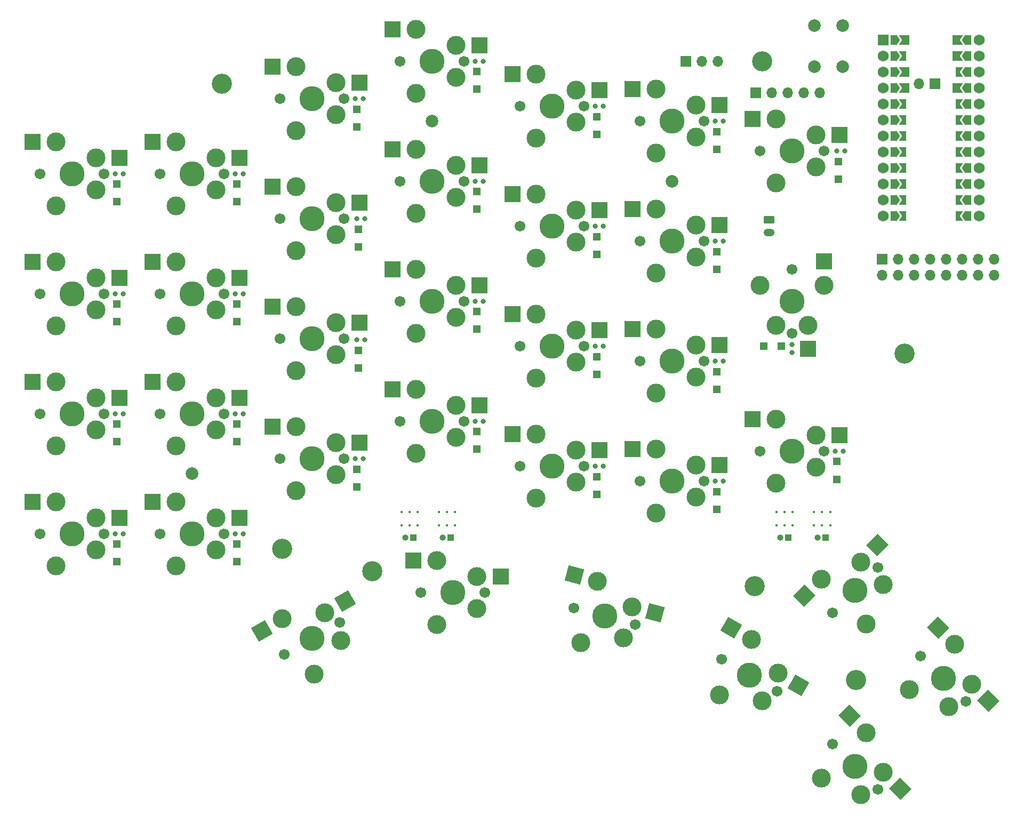
<source format=gbr>
%TF.GenerationSoftware,KiCad,Pcbnew,6.0.4*%
%TF.CreationDate,2022-04-28T08:17:54+02:00*%
%TF.ProjectId,mykeeb,6d796b65-6562-42e6-9b69-6361645f7063,rev?*%
%TF.SameCoordinates,Original*%
%TF.FileFunction,Soldermask,Top*%
%TF.FilePolarity,Negative*%
%FSLAX46Y46*%
G04 Gerber Fmt 4.6, Leading zero omitted, Abs format (unit mm)*
G04 Created by KiCad (PCBNEW 6.0.4) date 2022-04-28 08:17:54*
%MOMM*%
%LPD*%
G01*
G04 APERTURE LIST*
G04 Aperture macros list*
%AMRoundRect*
0 Rectangle with rounded corners*
0 $1 Rounding radius*
0 $2 $3 $4 $5 $6 $7 $8 $9 X,Y pos of 4 corners*
0 Add a 4 corners polygon primitive as box body*
4,1,4,$2,$3,$4,$5,$6,$7,$8,$9,$2,$3,0*
0 Add four circle primitives for the rounded corners*
1,1,$1+$1,$2,$3*
1,1,$1+$1,$4,$5*
1,1,$1+$1,$6,$7*
1,1,$1+$1,$8,$9*
0 Add four rect primitives between the rounded corners*
20,1,$1+$1,$2,$3,$4,$5,0*
20,1,$1+$1,$4,$5,$6,$7,0*
20,1,$1+$1,$6,$7,$8,$9,0*
20,1,$1+$1,$8,$9,$2,$3,0*%
%AMRotRect*
0 Rectangle, with rotation*
0 The origin of the aperture is its center*
0 $1 length*
0 $2 width*
0 $3 Rotation angle, in degrees counterclockwise*
0 Add horizontal line*
21,1,$1,$2,0,0,$3*%
%AMFreePoly0*
4,1,6,1.000000,0.000000,0.500000,-0.750000,-0.500000,-0.750000,-0.500000,0.750000,0.500000,0.750000,1.000000,0.000000,1.000000,0.000000,$1*%
%AMFreePoly1*
4,1,6,1.000000,-0.750000,-0.650000,-0.750000,-0.150000,0.000000,-0.650000,0.750000,1.000000,0.750000,1.000000,-0.750000,1.000000,-0.750000,$1*%
%AMFreePoly2*
4,1,6,0.500000,-0.750000,-0.650000,-0.750000,-0.150000,0.000000,-0.650000,0.750000,0.500000,0.750000,0.500000,-0.750000,0.500000,-0.750000,$1*%
G04 Aperture macros list end*
%ADD10C,3.000000*%
%ADD11C,3.987800*%
%ADD12C,1.701800*%
%ADD13R,2.550000X2.500000*%
%ADD14C,0.393700*%
%ADD15R,1.200000X1.200000*%
%ADD16C,0.800000*%
%ADD17C,2.000000*%
%ADD18RotRect,2.550000X2.500000X315.000000*%
%ADD19C,3.200000*%
%ADD20RotRect,2.550000X2.500000X30.000000*%
%ADD21RotRect,2.550000X2.500000X45.000000*%
%ADD22R,2.500000X2.550000*%
%ADD23RotRect,2.550000X2.500000X345.000000*%
%ADD24C,1.752600*%
%ADD25FreePoly0,180.000000*%
%ADD26FreePoly0,0.000000*%
%ADD27R,1.752600X1.752600*%
%ADD28FreePoly1,0.000000*%
%ADD29FreePoly2,0.000000*%
%ADD30FreePoly2,180.000000*%
%ADD31FreePoly1,180.000000*%
%ADD32RotRect,2.550000X2.500000X330.000000*%
%ADD33R,1.700000X1.700000*%
%ADD34O,1.700000X1.700000*%
%ADD35R,1.000000X1.000000*%
%ADD36O,1.000000X1.000000*%
%ADD37RoundRect,0.250000X-0.625000X0.350000X-0.625000X-0.350000X0.625000X-0.350000X0.625000X0.350000X0*%
%ADD38O,1.750000X1.200000*%
G04 APERTURE END LIST*
D10*
%TO.C,K26*%
X145494375Y-89138125D03*
X145494375Y-94218125D03*
X139144375Y-86598125D03*
D11*
X141684375Y-91678125D03*
D10*
X139144375Y-96758125D03*
D12*
X146764375Y-91678125D03*
X136604375Y-91678125D03*
D13*
X135394375Y-86598125D03*
X149244375Y-89138125D03*
%TD*%
D14*
%TO.C,H14*%
X139203125Y-103484375D03*
%TD*%
D15*
%TO.C,D33*%
X91678125Y-88577625D03*
D16*
X91424125Y-86915625D03*
D15*
X91678125Y-91377625D03*
D16*
X92694125Y-86915625D03*
%TD*%
D10*
%TO.C,K14*%
X107394375Y-58499375D03*
X107394375Y-53419375D03*
D12*
X108664375Y-55959375D03*
X98504375Y-55959375D03*
D11*
X103584375Y-55959375D03*
D10*
X101044375Y-61039375D03*
X101044375Y-50879375D03*
D13*
X97294375Y-50879375D03*
X111144375Y-53419375D03*
%TD*%
D10*
%TO.C,K12*%
X69294375Y-52228750D03*
X69294375Y-57308750D03*
X62944375Y-59848750D03*
D12*
X70564375Y-54768750D03*
D10*
X62944375Y-49688750D03*
D12*
X60404375Y-54768750D03*
D11*
X65484375Y-54768750D03*
D13*
X59194375Y-49688750D03*
X73044375Y-52228750D03*
%TD*%
D16*
%TO.C,D32*%
X72374125Y-92868750D03*
D15*
X72628125Y-94530750D03*
D16*
X73644125Y-92868750D03*
D15*
X72628125Y-97330750D03*
%TD*%
D10*
%TO.C,K22*%
X62944375Y-78898750D03*
D11*
X65484375Y-73818750D03*
D10*
X69294375Y-71278750D03*
X62944375Y-68738750D03*
X69294375Y-76358750D03*
D12*
X70564375Y-73818750D03*
X60404375Y-73818750D03*
D13*
X59194375Y-68738750D03*
X73044375Y-71278750D03*
%TD*%
D17*
%TO.C,FID2*%
X122634375Y-48815625D03*
%TD*%
D12*
%TO.C,K45*%
X169284701Y-131358224D03*
D10*
X166590625Y-132256250D03*
D11*
X165692599Y-127766122D03*
D10*
X160304445Y-129562173D03*
X170182727Y-128664148D03*
D12*
X162100497Y-124174020D03*
D10*
X167488650Y-122377968D03*
D18*
X164837000Y-119726318D03*
X172834377Y-131315798D03*
%TD*%
D10*
%TO.C,K44*%
X152590625Y-146256250D03*
D11*
X151692599Y-141766122D03*
D10*
X146304445Y-143562173D03*
X156182727Y-142664148D03*
D12*
X155284701Y-145358224D03*
D10*
X153488650Y-136377968D03*
D12*
X148100497Y-138174020D03*
D18*
X150837000Y-133726318D03*
X158834377Y-145315798D03*
%TD*%
D15*
%TO.C,D10*%
X34528125Y-68337000D03*
D16*
X34274125Y-66675000D03*
D15*
X34528125Y-71137000D03*
D16*
X35544125Y-66675000D03*
%TD*%
%TO.C,D2*%
X72374125Y-35718750D03*
D15*
X72628125Y-37380750D03*
X72628125Y-40180750D03*
D16*
X73644125Y-35718750D03*
%TD*%
D17*
%TO.C,SW1*%
X149696875Y-30634375D03*
X149696875Y-24134375D03*
X145196875Y-24134375D03*
X145196875Y-30634375D03*
%TD*%
D19*
%TO.C,H5*%
X135731250Y-113109375D03*
%TD*%
%TO.C,H4*%
X159543750Y-76200000D03*
%TD*%
D14*
%TO.C,H12*%
X145156250Y-101303125D03*
%TD*%
%TO.C,H22*%
X85625000Y-101303125D03*
%TD*%
D11*
%TO.C,K30*%
X27384375Y-104775000D03*
D10*
X31194375Y-107315000D03*
D12*
X22304375Y-104775000D03*
X32464375Y-104775000D03*
D10*
X31194375Y-102235000D03*
X24844375Y-99695000D03*
X24844375Y-109855000D03*
D13*
X21094375Y-99695000D03*
X34944375Y-102235000D03*
%TD*%
D16*
%TO.C,D14*%
X110474125Y-55959375D03*
D15*
X110728125Y-57621375D03*
X110728125Y-60421375D03*
D16*
X111744125Y-55959375D03*
%TD*%
D15*
%TO.C,D5*%
X129778125Y-40952625D03*
D16*
X129524125Y-39290625D03*
D15*
X129778125Y-43752625D03*
D16*
X130794125Y-39290625D03*
%TD*%
D14*
%TO.C,H25*%
X140493750Y-101303125D03*
%TD*%
D15*
%TO.C,D15*%
X129778125Y-60002625D03*
D16*
X129524125Y-58340625D03*
X130794125Y-58340625D03*
D15*
X129778125Y-62802625D03*
%TD*%
D14*
%TO.C,H19*%
X141784375Y-101303125D03*
%TD*%
D17*
%TO.C,FID3*%
X84534375Y-39290625D03*
%TD*%
D16*
%TO.C,D11*%
X53324125Y-66675000D03*
D15*
X53578125Y-68337000D03*
X53578125Y-71137000D03*
D16*
X54594125Y-66675000D03*
%TD*%
D14*
%TO.C,H11*%
X141784375Y-103484375D03*
%TD*%
%TO.C,H21*%
X88206250Y-103484375D03*
%TD*%
D10*
%TO.C,K31*%
X43894375Y-99695000D03*
X43894375Y-109855000D03*
D11*
X46434375Y-104775000D03*
D10*
X50244375Y-102235000D03*
D12*
X51514375Y-104775000D03*
D10*
X50244375Y-107315000D03*
D12*
X41354375Y-104775000D03*
D13*
X40144375Y-99695000D03*
X53994375Y-102235000D03*
%TD*%
D10*
%TO.C,K40*%
X67513932Y-117339045D03*
D11*
X65484375Y-121443750D03*
D10*
X65824670Y-127113159D03*
D12*
X69883784Y-118903750D03*
D10*
X70053932Y-121738455D03*
X60744670Y-118314341D03*
D12*
X61084966Y-123983750D03*
D20*
X57497075Y-120189341D03*
X70761527Y-115464045D03*
%TD*%
D10*
%TO.C,K46*%
X146304445Y-111970071D03*
X153488650Y-119154276D03*
X152590625Y-109275994D03*
D12*
X148100497Y-117358224D03*
D11*
X151692599Y-113766122D03*
D10*
X156182727Y-112868096D03*
D12*
X155284701Y-110174020D03*
D21*
X143652795Y-114621721D03*
X155242275Y-106624344D03*
%TD*%
D14*
%TO.C,H24*%
X80962500Y-101303125D03*
%TD*%
D15*
%TO.C,D16*%
X140022375Y-75009375D03*
D16*
X141684375Y-74755375D03*
X141684375Y-76025375D03*
D15*
X137222375Y-75009375D03*
%TD*%
D14*
%TO.C,H15*%
X79671875Y-103484375D03*
%TD*%
D12*
%TO.C,K20*%
X22304375Y-85725000D03*
D11*
X27384375Y-85725000D03*
D10*
X31194375Y-83185000D03*
X31194375Y-88265000D03*
X24844375Y-90805000D03*
D12*
X32464375Y-85725000D03*
D10*
X24844375Y-80645000D03*
D13*
X21094375Y-80645000D03*
X34944375Y-83185000D03*
%TD*%
D15*
%TO.C,D30*%
X34528125Y-106437000D03*
D16*
X34274125Y-104775000D03*
X35544125Y-104775000D03*
D15*
X34528125Y-109237000D03*
%TD*%
%TO.C,D25*%
X129778125Y-79052625D03*
D16*
X129524125Y-77390625D03*
D15*
X129778125Y-81852625D03*
D16*
X130794125Y-77390625D03*
%TD*%
%TO.C,D0*%
X34274125Y-47625000D03*
D15*
X34528125Y-49287000D03*
X34528125Y-52087000D03*
D16*
X35544125Y-47625000D03*
%TD*%
D14*
%TO.C,H28*%
X86915625Y-101303125D03*
%TD*%
D16*
%TO.C,D4*%
X110474125Y-36909375D03*
D15*
X110728125Y-38571375D03*
D16*
X111744125Y-36909375D03*
D15*
X110728125Y-41371375D03*
%TD*%
D10*
%TO.C,K11*%
X50244375Y-64135000D03*
D12*
X51514375Y-66675000D03*
D11*
X46434375Y-66675000D03*
D12*
X41354375Y-66675000D03*
D10*
X50244375Y-69215000D03*
X43894375Y-71755000D03*
X43894375Y-61595000D03*
D13*
X40144375Y-61595000D03*
X53994375Y-64135000D03*
%TD*%
D10*
%TO.C,K4*%
X107394375Y-34369375D03*
X107394375Y-39449375D03*
X101044375Y-41989375D03*
D11*
X103584375Y-36909375D03*
D12*
X98504375Y-36909375D03*
D10*
X101044375Y-31829375D03*
D12*
X108664375Y-36909375D03*
D13*
X97294375Y-31829375D03*
X111144375Y-34369375D03*
%TD*%
D15*
%TO.C,D31*%
X53578125Y-106437000D03*
D16*
X53324125Y-104775000D03*
D15*
X53578125Y-109237000D03*
D16*
X54594125Y-104775000D03*
%TD*%
D12*
%TO.C,K10*%
X22304375Y-66675000D03*
D10*
X31194375Y-64135000D03*
D11*
X27384375Y-66675000D03*
D10*
X24844375Y-61595000D03*
D12*
X32464375Y-66675000D03*
D10*
X24844375Y-71755000D03*
X31194375Y-69215000D03*
D13*
X21094375Y-61595000D03*
X34944375Y-64135000D03*
%TD*%
D15*
%TO.C,D3*%
X91678125Y-31427625D03*
D16*
X91424125Y-29765625D03*
D15*
X91678125Y-34227625D03*
D16*
X92694125Y-29765625D03*
%TD*%
D15*
%TO.C,D13*%
X91678125Y-50477625D03*
D16*
X91424125Y-48815625D03*
X92694125Y-48815625D03*
D15*
X91678125Y-53277625D03*
%TD*%
%TO.C,D20*%
X34528125Y-87387000D03*
D16*
X34274125Y-85725000D03*
X35544125Y-85725000D03*
D15*
X34528125Y-90187000D03*
%TD*%
D11*
%TO.C,K3*%
X84534375Y-29765625D03*
D10*
X81994375Y-24685625D03*
X81994375Y-34845625D03*
X88344375Y-32305625D03*
D12*
X79454375Y-29765625D03*
X89614375Y-29765625D03*
D10*
X88344375Y-27225625D03*
D13*
X78244375Y-24685625D03*
X92094375Y-27225625D03*
%TD*%
D14*
%TO.C,H17*%
X88206250Y-101303125D03*
%TD*%
D15*
%TO.C,D23*%
X91678125Y-69527625D03*
D16*
X91424125Y-67865625D03*
X92694125Y-67865625D03*
D15*
X91678125Y-72327625D03*
%TD*%
D14*
%TO.C,H10*%
X82253125Y-103484375D03*
%TD*%
D19*
%TO.C,H31*%
X151804815Y-127992295D03*
%TD*%
D10*
%TO.C,K16*%
X139144375Y-71675625D03*
X146764375Y-65325625D03*
D12*
X141684375Y-72945625D03*
D10*
X136604375Y-65325625D03*
X144224375Y-71675625D03*
D12*
X141684375Y-62785625D03*
D11*
X141684375Y-67865625D03*
D22*
X146764375Y-61575625D03*
X144224375Y-75425625D03*
%TD*%
D14*
%TO.C,H29*%
X146446875Y-101303125D03*
%TD*%
%TO.C,H16*%
X147737500Y-103484375D03*
%TD*%
D11*
%TO.C,K35*%
X122634375Y-96440625D03*
D10*
X126444375Y-98980625D03*
X120094375Y-91360625D03*
X120094375Y-101520625D03*
D12*
X117554375Y-96440625D03*
D10*
X126444375Y-93900625D03*
D12*
X127714375Y-96440625D03*
D13*
X116344375Y-91360625D03*
X130194375Y-93900625D03*
%TD*%
D19*
%TO.C,H6*%
X75009375Y-110728218D03*
%TD*%
D12*
%TO.C,K2*%
X70564375Y-35718750D03*
D10*
X69294375Y-33178750D03*
D11*
X65484375Y-35718750D03*
D12*
X60404375Y-35718750D03*
D10*
X62944375Y-30638750D03*
X62944375Y-40798750D03*
X69294375Y-38258750D03*
D13*
X59194375Y-30638750D03*
X73044375Y-33178750D03*
%TD*%
D14*
%TO.C,H8*%
X79671875Y-101303125D03*
%TD*%
D12*
%TO.C,K32*%
X70564375Y-92868750D03*
X60404375Y-92868750D03*
D10*
X69294375Y-95408750D03*
X62944375Y-97948750D03*
D11*
X65484375Y-92868750D03*
D10*
X62944375Y-87788750D03*
X69294375Y-90328750D03*
D13*
X59194375Y-87788750D03*
X73044375Y-90328750D03*
%TD*%
D10*
%TO.C,K5*%
X126444375Y-36750625D03*
X120094375Y-44370625D03*
X120094375Y-34210625D03*
D11*
X122634375Y-39290625D03*
D12*
X127714375Y-39290625D03*
D10*
X126444375Y-41830625D03*
D12*
X117554375Y-39290625D03*
D13*
X116344375Y-34210625D03*
X130194375Y-36750625D03*
%TD*%
D14*
%TO.C,H7*%
X82253125Y-101303125D03*
%TD*%
D11*
%TO.C,K6*%
X141684375Y-44053125D03*
D12*
X146764375Y-44053125D03*
D10*
X139144375Y-49133125D03*
X145494375Y-46593125D03*
X139144375Y-38973125D03*
X145494375Y-41513125D03*
D12*
X136604375Y-44053125D03*
D13*
X135394375Y-38973125D03*
X149244375Y-41513125D03*
%TD*%
D12*
%TO.C,K13*%
X89614375Y-48815625D03*
D11*
X84534375Y-48815625D03*
D10*
X81994375Y-43735625D03*
X88344375Y-51355625D03*
X88344375Y-46275625D03*
X81994375Y-53895625D03*
D12*
X79454375Y-48815625D03*
D13*
X78244375Y-43735625D03*
X92094375Y-46275625D03*
%TD*%
D14*
%TO.C,H20*%
X85625000Y-103484375D03*
%TD*%
D11*
%TO.C,K41*%
X87868125Y-114141250D03*
D10*
X85328125Y-109061250D03*
X91678125Y-116681250D03*
D12*
X92948125Y-114141250D03*
D10*
X91678125Y-111601250D03*
D12*
X82788125Y-114141250D03*
D10*
X85328125Y-119221250D03*
D13*
X81578125Y-109061250D03*
X95428125Y-111601250D03*
%TD*%
D14*
%TO.C,H13*%
X147737500Y-101303125D03*
%TD*%
D10*
%TO.C,K1*%
X50244375Y-45085000D03*
X43894375Y-42545000D03*
D12*
X41354375Y-47625000D03*
X51514375Y-47625000D03*
D10*
X50244375Y-50165000D03*
X43894375Y-52705000D03*
D11*
X46434375Y-47625000D03*
D13*
X40144375Y-42545000D03*
X53994375Y-45085000D03*
%TD*%
D12*
%TO.C,K42*%
X116825653Y-119186676D03*
D11*
X111918750Y-117871875D03*
D10*
X114941527Y-121311427D03*
D12*
X107011847Y-116557074D03*
D10*
X116256328Y-116404524D03*
X110780099Y-112307571D03*
X108150498Y-122121378D03*
D23*
X107157877Y-111337000D03*
X119878550Y-117375095D03*
%TD*%
D15*
%TO.C,D21*%
X53578125Y-87387000D03*
D16*
X53324125Y-85725000D03*
X54594125Y-85725000D03*
D15*
X53578125Y-90187000D03*
%TD*%
D14*
%TO.C,H9*%
X145156250Y-103484375D03*
%TD*%
D24*
%TO.C,U1*%
X156136000Y-46736000D03*
D25*
X169598000Y-49276000D03*
D26*
X157838000Y-34036000D03*
D25*
X169598000Y-54356000D03*
D26*
X157838000Y-46736000D03*
X157838000Y-49276000D03*
D24*
X171376000Y-36576000D03*
D27*
X156136000Y-26416000D03*
D24*
X171376000Y-39116000D03*
X156136000Y-51816000D03*
X171376000Y-34036000D03*
X156136000Y-41656000D03*
X171376000Y-44196000D03*
D25*
X169598000Y-51816000D03*
X169598000Y-28956000D03*
D24*
X156136000Y-54356000D03*
X171376000Y-31496000D03*
D26*
X157838000Y-26416000D03*
D24*
X156136000Y-28956000D03*
D25*
X169598000Y-36576000D03*
D24*
X156136000Y-31496000D03*
D26*
X157838000Y-54356000D03*
D24*
X171376000Y-28956000D03*
D25*
X169598000Y-46736000D03*
D24*
X171376000Y-26416000D03*
X171376000Y-41656000D03*
D25*
X169598000Y-39116000D03*
X169598000Y-34036000D03*
X169598000Y-31496000D03*
X169598000Y-41656000D03*
D24*
X156136000Y-39116000D03*
X156136000Y-49276000D03*
X171376000Y-49276000D03*
D26*
X157838000Y-28956000D03*
D24*
X171376000Y-54356000D03*
D26*
X157838000Y-51816000D03*
X157838000Y-41656000D03*
D24*
X156136000Y-36576000D03*
X171376000Y-51816000D03*
X171376000Y-46736000D03*
D26*
X157838000Y-31496000D03*
D25*
X169598000Y-26416000D03*
X169598000Y-44196000D03*
D26*
X157838000Y-44196000D03*
D24*
X156136000Y-34036000D03*
X156136000Y-44196000D03*
D26*
X157838000Y-39116000D03*
X157838000Y-36576000D03*
D28*
X159288000Y-26416000D03*
D29*
X159288000Y-28956000D03*
D28*
X159288000Y-31496000D03*
X159288000Y-34036000D03*
D29*
X159288000Y-36576000D03*
X159288000Y-39116000D03*
X159288000Y-41656000D03*
X159288000Y-44196000D03*
X159288000Y-46736000D03*
X159288000Y-49276000D03*
X159288000Y-51816000D03*
X159288000Y-54356000D03*
D30*
X168148000Y-54356000D03*
X168148000Y-51816000D03*
X168148000Y-49276000D03*
X168148000Y-46736000D03*
X168148000Y-44196000D03*
X168148000Y-41656000D03*
X168148000Y-39116000D03*
X168148000Y-36576000D03*
D31*
X168148000Y-34036000D03*
D30*
X168148000Y-31496000D03*
D31*
X168148000Y-28956000D03*
X168148000Y-26416000D03*
%TD*%
D14*
%TO.C,H27*%
X146446875Y-103484375D03*
%TD*%
D10*
%TO.C,K25*%
X126444375Y-79930625D03*
D12*
X127714375Y-77390625D03*
D10*
X120094375Y-82470625D03*
D12*
X117554375Y-77390625D03*
D11*
X122634375Y-77390625D03*
D10*
X120094375Y-72310625D03*
X126444375Y-74850625D03*
D13*
X116344375Y-72310625D03*
X130194375Y-74850625D03*
%TD*%
D17*
%TO.C,FID1*%
X46434375Y-95250000D03*
%TD*%
D15*
%TO.C,D1*%
X53578125Y-49287000D03*
D16*
X53324125Y-47625000D03*
X54594125Y-47625000D03*
D15*
X53578125Y-52087000D03*
%TD*%
D10*
%TO.C,K33*%
X88344375Y-89455625D03*
D12*
X89614375Y-86915625D03*
D10*
X88344375Y-84375625D03*
X81994375Y-91995625D03*
D12*
X79454375Y-86915625D03*
D10*
X81994375Y-81835625D03*
D11*
X84534375Y-86915625D03*
D13*
X78244375Y-81835625D03*
X92094375Y-84375625D03*
%TD*%
D15*
%TO.C,D24*%
X110728125Y-76671375D03*
D16*
X110474125Y-75009375D03*
D15*
X110728125Y-79471375D03*
D16*
X111744125Y-75009375D03*
%TD*%
D14*
%TO.C,H26*%
X140493750Y-103484375D03*
%TD*%
D16*
%TO.C,D26*%
X148574125Y-91678125D03*
D15*
X148828125Y-93340125D03*
X148828125Y-96140125D03*
D16*
X149844125Y-91678125D03*
%TD*%
D10*
%TO.C,K43*%
X136933273Y-131342830D03*
D12*
X139303125Y-129778125D03*
D10*
X130164011Y-130367534D03*
X139473273Y-126943420D03*
X135244011Y-121568716D03*
D11*
X134903716Y-127238125D03*
D12*
X130504307Y-124698125D03*
D32*
X131996416Y-119693716D03*
X142720868Y-128818420D03*
%TD*%
D16*
%TO.C,D35*%
X129524125Y-96440625D03*
D15*
X129778125Y-98102625D03*
D16*
X130794125Y-96440625D03*
D15*
X129778125Y-100902625D03*
%TD*%
D10*
%TO.C,K21*%
X43894375Y-90805000D03*
X50244375Y-83185000D03*
X50244375Y-88265000D03*
D11*
X46434375Y-85725000D03*
D10*
X43894375Y-80645000D03*
D12*
X51514375Y-85725000D03*
X41354375Y-85725000D03*
D13*
X40144375Y-80645000D03*
X53994375Y-83185000D03*
%TD*%
D16*
%TO.C,D12*%
X72628125Y-54768750D03*
D15*
X72882125Y-56430750D03*
X72882125Y-59230750D03*
D16*
X73898125Y-54768750D03*
%TD*%
D19*
%TO.C,H1*%
X51196875Y-33337500D03*
%TD*%
D14*
%TO.C,H18*%
X139203125Y-101303125D03*
%TD*%
D10*
%TO.C,K0*%
X31194375Y-50165000D03*
D12*
X32464375Y-47625000D03*
X22304375Y-47625000D03*
D11*
X27384375Y-47625000D03*
D10*
X31194375Y-45085000D03*
X24844375Y-42545000D03*
X24844375Y-52705000D03*
D13*
X21094375Y-42545000D03*
X34944375Y-45085000D03*
%TD*%
D12*
%TO.C,K34*%
X98504375Y-94059375D03*
D10*
X107394375Y-96599375D03*
D11*
X103584375Y-94059375D03*
D10*
X107394375Y-91519375D03*
X101044375Y-99139375D03*
D12*
X108664375Y-94059375D03*
D10*
X101044375Y-88979375D03*
D13*
X97294375Y-88979375D03*
X111144375Y-91519375D03*
%TD*%
D16*
%TO.C,D34*%
X110474125Y-94059375D03*
D15*
X110728125Y-95721375D03*
X110728125Y-98521375D03*
D16*
X111744125Y-94059375D03*
%TD*%
D19*
%TO.C,H3*%
X136921875Y-29765625D03*
%TD*%
D15*
%TO.C,D22*%
X72882125Y-75655375D03*
D16*
X72628125Y-73993375D03*
X73898125Y-73993375D03*
D15*
X72882125Y-78455375D03*
%TD*%
D14*
%TO.C,H23*%
X86915625Y-103484375D03*
%TD*%
D12*
%TO.C,K24*%
X98504375Y-75009375D03*
D11*
X103584375Y-75009375D03*
D10*
X107394375Y-77549375D03*
X101044375Y-80089375D03*
X101044375Y-69929375D03*
D12*
X108664375Y-75009375D03*
D10*
X107394375Y-72469375D03*
D13*
X97294375Y-69929375D03*
X111144375Y-72469375D03*
%TD*%
D12*
%TO.C,K23*%
X79454375Y-67865625D03*
X89614375Y-67865625D03*
D10*
X81994375Y-62785625D03*
X88344375Y-65325625D03*
X81994375Y-72945625D03*
X88344375Y-70405625D03*
D11*
X84534375Y-67865625D03*
D13*
X78244375Y-62785625D03*
X92094375Y-65325625D03*
%TD*%
D19*
%TO.C,H2*%
X60721875Y-107156250D03*
%TD*%
D15*
%TO.C,D6*%
X149002750Y-45715125D03*
D16*
X148748750Y-44053125D03*
D15*
X149002750Y-48515125D03*
D16*
X150018750Y-44053125D03*
%TD*%
D10*
%TO.C,K15*%
X120094375Y-63420625D03*
X126444375Y-55800625D03*
X126444375Y-60880625D03*
D11*
X122634375Y-58340625D03*
D10*
X120094375Y-53260625D03*
D12*
X127714375Y-58340625D03*
X117554375Y-58340625D03*
D13*
X116344375Y-53260625D03*
X130194375Y-55800625D03*
%TD*%
D14*
%TO.C,H30*%
X80962500Y-103484375D03*
%TD*%
D33*
%TO.C,J11*%
X135920000Y-34823000D03*
D34*
X138460000Y-34823000D03*
X141000000Y-34823000D03*
X143540000Y-34823000D03*
X146080000Y-34823000D03*
%TD*%
D35*
%TO.C,J3*%
X81557881Y-105370401D03*
D36*
X80287881Y-105370401D03*
%TD*%
D35*
%TO.C,J4*%
X87511011Y-105370401D03*
D36*
X86241011Y-105370401D03*
%TD*%
D33*
%TO.C,SWbat1*%
X124871875Y-29790625D03*
D34*
X127411875Y-29790625D03*
X129951875Y-29790625D03*
%TD*%
D35*
%TO.C,J5*%
X141089181Y-105370401D03*
D36*
X139819181Y-105370401D03*
%TD*%
D33*
%TO.C,J1*%
X155971000Y-61214000D03*
D34*
X155971000Y-63754000D03*
X158511000Y-61214000D03*
X158511000Y-63754000D03*
X161051000Y-61214000D03*
X161051000Y-63754000D03*
X163591000Y-61214000D03*
X163591000Y-63754000D03*
X166131000Y-61214000D03*
X166131000Y-63754000D03*
X168671000Y-61214000D03*
X168671000Y-63754000D03*
X171211000Y-61214000D03*
X171211000Y-63754000D03*
X173751000Y-61214000D03*
X173751000Y-63754000D03*
%TD*%
D33*
%TO.C,J2*%
X164365762Y-33362528D03*
D34*
X161825762Y-33362528D03*
%TD*%
D35*
%TO.C,J6*%
X147042311Y-105370401D03*
D36*
X145772311Y-105370401D03*
%TD*%
D37*
%TO.C,BT1*%
X138043750Y-54959375D03*
D38*
X138043750Y-56959375D03*
%TD*%
M02*

</source>
